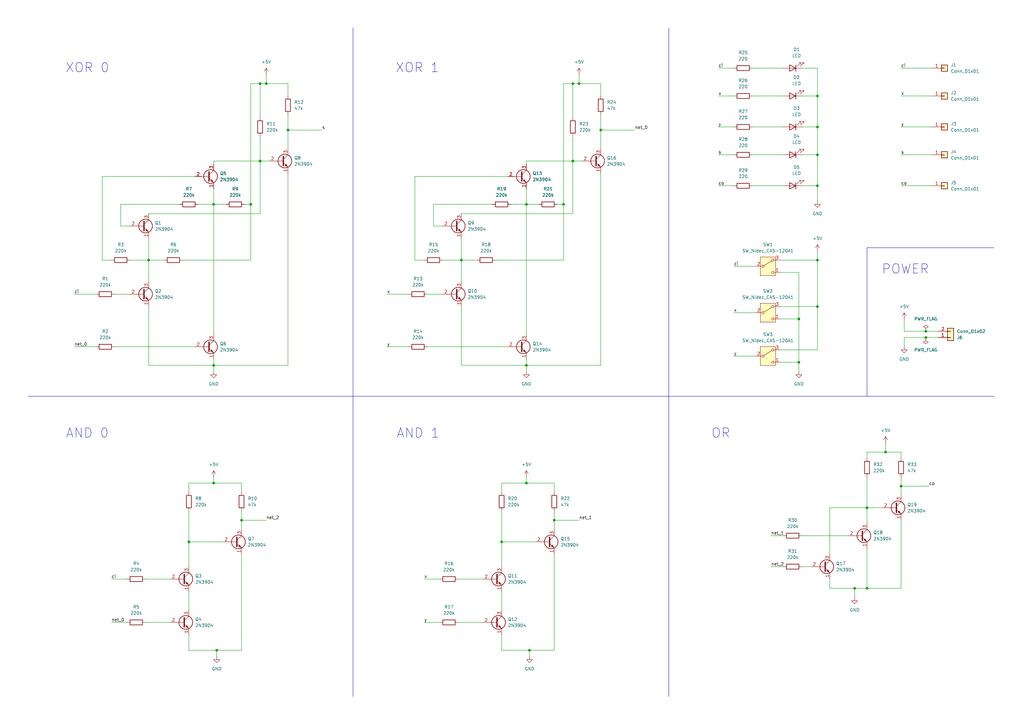
<source format=kicad_sch>
(kicad_sch (version 20250114) (generator "eeschema") (generator_version "9.0")
  (paper "A3")
  (title_block (title "1-bit Full Adder") (date "2025-12-09") (rev "0"))
  (lib_symbols
    (symbol "Connector_Generic:Conn_01x01" (pin_names (offset 1.016) (hide yes))
      (property "Reference" "J" (at 0 2.54 0))
      (property "Value" "Conn_01x01" (at 0 -2.54 0))
      (symbol "Conn_01x01_1_1"
        (rectangle (start -1.27 1.27) (end 1.27 -1.27) (stroke (width 0.254)) (fill (type background)))
        (rectangle (start -1.27 0.127) (end 0 -0.127) (stroke (width 0.1524)))
        (pin passive line (at -5.08 0 0) (length 3.81) (name "Pin_1") (number "1"))
      )
    )
    (symbol "Connector_Generic:Conn_01x02" (pin_names (offset 1.016) (hide yes))
      (property "Reference" "J" (at 0 2.54 0))
      (property "Value" "Conn_01x02" (at 0 -5.08 0))
      (symbol "Conn_01x02_1_1"
        (rectangle (start -1.27 1.27) (end 1.27 -3.81) (stroke (width 0.254)) (fill (type background)))
        (rectangle (start -1.27 0.127) (end 0 -0.127) (stroke (width 0.1524)))
        (rectangle (start -1.27 -2.413) (end 0 -2.667) (stroke (width 0.1524)))
        (pin passive line (at -5.08 0 0) (length 3.81) (name "Pin_1") (number "1"))
        (pin passive line (at -5.08 -2.54 0) (length 3.81) (name "Pin_2") (number "2"))
      )
    )
    (symbol "Device:LED" (pin_numbers (hide yes)) (pin_names (offset 1.016) (hide yes))
      (property "Reference" "D" (at 0 2.54 0))
      (property "Value" "LED" (at 0 -2.54 0))
      (symbol "LED_0_1"
        (polyline (pts (xy -3.048 -0.762) (xy -4.572 -2.286) (xy -3.81 -2.286) (xy -4.572 -2.286) (xy -4.572 -1.524)))
        (polyline (pts (xy -1.778 -0.762) (xy -3.302 -2.286) (xy -2.54 -2.286) (xy -3.302 -2.286) (xy -3.302 -1.524)))
        (polyline (pts (xy -1.27 0) (xy 1.27 0)))
        (polyline (pts (xy -1.27 -1.27) (xy -1.27 1.27)) (stroke (width 0.254)))
        (polyline (pts (xy 1.27 -1.27) (xy 1.27 1.27) (xy -1.27 0) (xy 1.27 -1.27)) (stroke (width 0.254)))
      )
      (symbol "LED_1_1"
        (pin passive line (at -3.81 0 0) (length 2.54) (name "K") (number "1"))
        (pin passive line (at 3.81 0 180) (length 2.54) (name "A") (number "2"))
      )
    )
    (symbol "Device:R" (pin_numbers (hide yes)) (pin_names (offset 0))
      (property "Reference" "R" (at 2.032 0 90))
      (property "Value" "R" (at 0 0 90))
      (symbol "R_0_1"
        (rectangle (start -1.016 -2.54) (end 1.016 2.54) (stroke (width 0.254)))
      )
      (symbol "R_1_1"
        (pin passive line (at 0 3.81 270) (length 1.27) (name "~") (number "1"))
        (pin passive line (at 0 -3.81 90) (length 1.27) (name "~") (number "2"))
      )
    )
    (symbol "Switch:SW_Nidec_CAS-120A1" (pin_names (offset 1) (hide yes))
      (property "Reference" "SW" (at 0 4.318 0))
      (property "Value" "SW_Nidec_CAS-120A1" (at 0 -5.08 0))
      (symbol "SW_Nidec_CAS-120A1_0_1"
        (circle (center -2.032 0) (radius 0.4572))
        (polyline (pts (xy -1.651 0.254) (xy 1.651 2.286)))
        (circle (center 2.032 2.54) (radius 0.4572))
        (circle (center 2.032 -2.54) (radius 0.4572))
      )
      (symbol "SW_Nidec_CAS-120A1_1_1"
        (rectangle (start -3.175 3.81) (end 3.175 -3.81) (fill (type background)))
        (pin passive line (at -5.08 0 0) (length 2.54) (name "B") (number "2"))
        (pin passive line (at 5.08 2.54 180) (length 2.54) (name "A") (number "3"))
        (pin passive line (at 5.08 -2.54 180) (length 2.54) (name "C") (number "1"))
      )
    )
    (symbol "Transistor_BJT:2N3904" (pin_names (offset 0) (hide yes))
      (property "Reference" "Q" (at 5.08 1.905 0))
      (property "Value" "2N3904" (at 5.08 0 0))
      (symbol "2N3904_0_1"
        (polyline (pts (xy -2.54 0) (xy 0.635 0)))
        (polyline (pts (xy 0.635 1.905) (xy 0.635 -1.905)) (stroke (width 0.508)))
        (circle (center 1.27 0) (radius 2.8194) (stroke (width 0.254)))
      )
      (symbol "2N3904_1_1"
        (polyline (pts (xy 0.635 0.635) (xy 2.54 2.54)))
        (polyline (pts (xy 0.635 -0.635) (xy 2.54 -2.54)))
        (polyline (pts (xy 1.27 -1.778) (xy 1.778 -1.27) (xy 2.286 -2.286) (xy 1.27 -1.778)) (fill (type outline)))
        (pin input line (at -5.08 0 0) (length 2.54) (name "B") (number "2"))
        (pin passive line (at 2.54 5.08 270) (length 2.54) (name "C") (number "3"))
        (pin passive line (at 2.54 -5.08 90) (length 2.54) (name "E") (number "1"))
      )
    )
    (symbol "power:+5V" (power) (pin_numbers (hide yes)) (pin_names (offset 0) (hide yes))
      (property "Value" "+5V" (at 0 3.556 0))
      (symbol "+5V_0_1"
        (polyline (pts (xy -0.762 1.27) (xy 0 2.54)))
        (polyline (pts (xy 0 2.54) (xy 0.762 1.27)))
        (polyline (pts (xy 0 0) (xy 0 2.54)))
      )
      (symbol "+5V_1_1"
        (pin power_in line (at 0 0 90) (length 0) (name "~") (number "1"))
      )
    )
    (symbol "power:GND" (power) (pin_numbers (hide yes)) (pin_names (offset 0) (hide yes))
      (property "Value" "GND" (at 0 -3.81 0))
      (symbol "GND_0_1"
        (polyline (pts (xy 0 0) (xy 0 -1.27) (xy 1.27 -1.27) (xy 0 -2.54) (xy -1.27 -1.27) (xy 0 -1.27)))
      )
      (symbol "GND_1_1"
        (pin power_in line (at 0 0 270) (length 0) (name "~") (number "1"))
      )
    )
    (symbol "power:PWR_FLAG" (power) (pin_numbers (hide yes)) (pin_names (offset 0) (hide yes))
      (property "Value" "PWR_FLAG" (at 0 3.81 0))
      (symbol "PWR_FLAG_0_0"
        (pin power_out line (at 0 0 90) (length 0) (name "~") (number "1"))
      )
      (symbol "PWR_FLAG_0_1"
        (polyline (pts (xy 0 0) (xy 0 1.27) (xy -1.016 1.905) (xy 0 2.54) (xy 1.016 1.905) (xy 0 1.27)))
      )
    )
  )
  (text "XOR 0" (at 35.814 27.94 0) (effects (font (size 3.81 3.81))))
  (text "XOR 1" (at 171.196 27.94 0) (effects (font (size 3.81 3.81))))
  (text "AND 0" (at 35.814 177.8 0) (effects (font (size 3.81 3.81))))
  (text "POWER" (at 371.348 110.49 0) (effects (font (size 3.81 3.81))))
  (text "AND 1" (at 171.45 177.8 0) (effects (font (size 3.81 3.81))))
  (text "OR" (at 295.656 177.8 0) (effects (font (size 3.81 3.81))))
  (junction (at 106.68 66.04))
  (junction (at 335.28 76.2))
  (junction (at 87.63 149.86))
  (junction (at 234.95 66.04))
  (junction (at 77.47 222.25))
  (junction (at 327.66 148.59))
  (junction (at 327.66 130.81))
  (junction (at 335.28 63.5))
  (junction (at 227.33 213.36))
  (junction (at 231.14 83.82))
  (junction (at 106.68 34.29))
  (junction (at 335.28 39.37))
  (junction (at 335.28 52.07))
  (junction (at 246.38 53.34))
  (junction (at 355.6 208.28))
  (junction (at 99.06 213.36))
  (junction (at 379.73 135.89))
  (junction (at 234.95 34.29))
  (junction (at 215.9 198.12))
  (junction (at 369.57 199.39))
  (junction (at 335.28 125.73))
  (junction (at 350.52 241.3))
  (junction (at 237.49 34.29))
  (junction (at 60.96 106.68))
  (junction (at 355.6 241.3))
  (junction (at 87.63 83.82))
  (junction (at 205.74 222.25))
  (junction (at 217.17 266.7))
  (junction (at 102.87 83.82))
  (junction (at 215.9 83.82))
  (junction (at 379.73 138.43))
  (junction (at 335.28 106.68))
  (junction (at 189.23 106.68))
  (junction (at 88.9 266.7))
  (junction (at 87.63 198.12))
  (junction (at 363.22 185.42))
  (junction (at 215.9 149.86))
  (junction (at 118.11 53.34))
  (junction (at 109.22 34.29))
  (wire (pts (xy 234.95 66.04) (xy 238.76 66.04)))
  (wire (pts (xy 215.9 77.47) (xy 215.9 83.82)))
  (wire (pts (xy 215.9 67.31) (xy 215.9 66.04)))
  (wire (pts (xy 177.8 92.71) (xy 177.8 83.82)))
  (wire (pts (xy 88.9 266.7) (xy 88.9 269.24)))
  (wire (pts (xy 227.33 198.12) (xy 227.33 201.93)))
  (wire (pts (xy 81.28 83.82) (xy 87.63 83.82)))
  (wire (pts (xy 327.66 130.81) (xy 327.66 148.59)))
  (wire (pts (xy 320.04 130.81) (xy 327.66 130.81)))
  (wire (pts (xy 88.9 266.7) (xy 99.06 266.7)))
  (wire (pts (xy 234.95 48.26) (xy 234.95 34.29)))
  (wire (pts (xy 87.63 83.82) (xy 87.63 137.16)))
  (wire (pts (xy 308.61 63.5) (xy 321.31 63.5)))
  (wire (pts (xy 231.14 34.29) (xy 234.95 34.29)))
  (wire (pts (xy 300.99 128.27) (xy 309.88 128.27)))
  (wire (pts (xy 327.66 148.59) (xy 327.66 152.4)))
  (wire (pts (xy 49.53 83.82) (xy 73.66 83.82)))
  (wire (pts (xy 30.48 120.65) (xy 39.37 120.65)))
  (wire (pts (xy 106.68 34.29) (xy 109.22 34.29)))
  (wire (pts (xy 60.96 125.73) (xy 60.96 149.86)))
  (wire (pts (xy 173.99 237.49) (xy 180.34 237.49)))
  (wire (pts (xy 45.72 255.27) (xy 52.07 255.27)))
  (wire (pts (xy 369.57 76.2) (xy 382.27 76.2)))
  (wire (pts (xy 234.95 55.88) (xy 234.95 66.04)))
  (wire (pts (xy 46.99 142.24) (xy 80.01 142.24)))
  (wire (pts (xy 370.84 130.81) (xy 370.84 135.89)))
  (wire (pts (xy 369.57 199.39) (xy 369.57 203.2)))
  (wire (pts (xy 308.61 39.37) (xy 321.31 39.37)))
  (wire (pts (xy 189.23 97.79) (xy 189.23 106.68)))
  (wire (pts (xy 294.64 39.37) (xy 300.99 39.37)))
  (wire (pts (xy 118.11 53.34) (xy 132.08 53.34)))
  (wire (pts (xy 355.6 224.79) (xy 355.6 241.3)))
  (wire (pts (xy 118.11 53.34) (xy 118.11 60.96)))
  (wire (pts (xy 308.61 76.2) (xy 321.31 76.2)))
  (wire (pts (xy 355.6 208.28) (xy 361.95 208.28)))
  (wire (pts (xy 100.33 83.82) (xy 102.87 83.82)))
  (wire (pts (xy 77.47 222.25) (xy 77.47 232.41)))
  (wire (pts (xy 350.52 241.3) (xy 350.52 245.11)))
  (wire (pts (xy 45.72 237.49) (xy 52.07 237.49)))
  (polyline (pts (xy 144.78 11.43) (xy 144.78 162.56)))
  (wire (pts (xy 246.38 71.12) (xy 246.38 149.86)))
  (wire (pts (xy 335.28 143.51) (xy 335.28 125.73)))
  (wire (pts (xy 106.68 87.63) (xy 106.68 66.04)))
  (wire (pts (xy 205.74 266.7) (xy 217.17 266.7)))
  (wire (pts (xy 316.23 232.41) (xy 321.31 232.41)))
  (wire (pts (xy 320.04 106.68) (xy 335.28 106.68)))
  (wire (pts (xy 59.69 255.27) (xy 69.85 255.27)))
  (wire (pts (xy 80.01 72.39) (xy 41.91 72.39)))
  (wire (pts (xy 308.61 27.94) (xy 321.31 27.94)))
  (wire (pts (xy 308.61 52.07) (xy 321.31 52.07)))
  (wire (pts (xy 175.26 120.65) (xy 181.61 120.65)))
  (wire (pts (xy 355.6 195.58) (xy 355.6 208.28)))
  (wire (pts (xy 109.22 34.29) (xy 118.11 34.29)))
  (wire (pts (xy 320.04 148.59) (xy 327.66 148.59)))
  (wire (pts (xy 205.74 222.25) (xy 219.71 222.25)))
  (wire (pts (xy 187.96 237.49) (xy 198.12 237.49)))
  (wire (pts (xy 328.93 219.71) (xy 347.98 219.71)))
  (wire (pts (xy 327.66 111.76) (xy 327.66 130.81)))
  (wire (pts (xy 87.63 149.86) (xy 87.63 152.4)))
  (wire (pts (xy 87.63 149.86) (xy 87.63 147.32)))
  (wire (pts (xy 369.57 185.42) (xy 369.57 187.96)))
  (wire (pts (xy 175.26 142.24) (xy 208.28 142.24)))
  (wire (pts (xy 335.28 39.37) (xy 335.28 52.07)))
  (wire (pts (xy 102.87 106.68) (xy 102.87 83.82)))
  (wire (pts (xy 227.33 213.36) (xy 237.49 213.36)))
  (wire (pts (xy 215.9 83.82) (xy 215.9 137.16)))
  (wire (pts (xy 237.49 34.29) (xy 246.38 34.29)))
  (wire (pts (xy 77.47 266.7) (xy 88.9 266.7)))
  (wire (pts (xy 87.63 195.58) (xy 87.63 198.12)))
  (wire (pts (xy 363.22 185.42) (xy 369.57 185.42)))
  (wire (pts (xy 118.11 34.29) (xy 118.11 39.37)))
  (wire (pts (xy 320.04 111.76) (xy 327.66 111.76)))
  (wire (pts (xy 99.06 209.55) (xy 99.06 213.36)))
  (wire (pts (xy 340.36 227.33) (xy 340.36 208.28)))
  (wire (pts (xy 87.63 67.31) (xy 87.63 66.04)))
  (wire (pts (xy 189.23 125.73) (xy 189.23 149.86)))
  (wire (pts (xy 294.64 27.94) (xy 300.99 27.94)))
  (wire (pts (xy 355.6 187.96) (xy 355.6 185.42)))
  (wire (pts (xy 227.33 213.36) (xy 227.33 217.17)))
  (wire (pts (xy 41.91 106.68) (xy 45.72 106.68)))
  (wire (pts (xy 316.23 219.71) (xy 321.31 219.71)))
  (wire (pts (xy 208.28 72.39) (xy 170.18 72.39)))
  (wire (pts (xy 231.14 83.82) (xy 231.14 34.29)))
  (wire (pts (xy 99.06 266.7) (xy 99.06 227.33)))
  (wire (pts (xy 99.06 213.36) (xy 109.22 213.36)))
  (wire (pts (xy 170.18 72.39) (xy 170.18 106.68)))
  (polyline (pts (xy 274.32 11.43) (xy 274.32 162.56)))
  (wire (pts (xy 102.87 34.29) (xy 106.68 34.29)))
  (wire (pts (xy 77.47 201.93) (xy 77.47 198.12)))
  (wire (pts (xy 205.74 242.57) (xy 205.74 250.19)))
  (wire (pts (xy 59.69 237.49) (xy 69.85 237.49)))
  (wire (pts (xy 60.96 149.86) (xy 87.63 149.86)))
  (wire (pts (xy 87.63 83.82) (xy 92.71 83.82)))
  (wire (pts (xy 77.47 198.12) (xy 87.63 198.12)))
  (wire (pts (xy 77.47 260.35) (xy 77.47 266.7)))
  (wire (pts (xy 328.93 232.41) (xy 332.74 232.41)))
  (wire (pts (xy 189.23 87.63) (xy 234.95 87.63)))
  (wire (pts (xy 246.38 53.34) (xy 260.35 53.34)))
  (wire (pts (xy 355.6 185.42) (xy 363.22 185.42)))
  (wire (pts (xy 227.33 209.55) (xy 227.33 213.36)))
  (wire (pts (xy 217.17 266.7) (xy 227.33 266.7)))
  (wire (pts (xy 335.28 76.2) (xy 335.28 82.55)))
  (wire (pts (xy 379.73 135.89) (xy 384.81 135.89)))
  (polyline (pts (xy 144.78 162.56) (xy 144.78 285.75)))
  (polyline (pts (xy 355.6 162.56) (xy 355.6 101.6)))
  (wire (pts (xy 369.57 52.07) (xy 382.27 52.07)))
  (wire (pts (xy 53.34 92.71) (xy 49.53 92.71)))
  (wire (pts (xy 209.55 83.82) (xy 215.9 83.82)))
  (wire (pts (xy 340.36 237.49) (xy 340.36 241.3)))
  (wire (pts (xy 106.68 48.26) (xy 106.68 34.29)))
  (wire (pts (xy 215.9 195.58) (xy 215.9 198.12)))
  (wire (pts (xy 99.06 198.12) (xy 99.06 201.93)))
  (wire (pts (xy 46.99 120.65) (xy 53.34 120.65)))
  (wire (pts (xy 335.28 52.07) (xy 335.28 63.5)))
  (wire (pts (xy 246.38 149.86) (xy 215.9 149.86)))
  (wire (pts (xy 335.28 63.5) (xy 335.28 76.2)))
  (wire (pts (xy 355.6 241.3) (xy 369.57 241.3)))
  (wire (pts (xy 363.22 181.61) (xy 363.22 185.42)))
  (wire (pts (xy 60.96 106.68) (xy 60.96 115.57)))
  (wire (pts (xy 187.96 255.27) (xy 198.12 255.27)))
  (wire (pts (xy 234.95 87.63) (xy 234.95 66.04)))
  (wire (pts (xy 118.11 71.12) (xy 118.11 149.86)))
  (wire (pts (xy 215.9 149.86) (xy 215.9 147.32)))
  (wire (pts (xy 369.57 27.94) (xy 382.27 27.94)))
  (wire (pts (xy 370.84 138.43) (xy 379.73 138.43)))
  (wire (pts (xy 189.23 106.68) (xy 195.58 106.68)))
  (wire (pts (xy 181.61 106.68) (xy 189.23 106.68)))
  (wire (pts (xy 109.22 30.48) (xy 109.22 34.29)))
  (wire (pts (xy 60.96 97.79) (xy 60.96 106.68)))
  (wire (pts (xy 328.93 76.2) (xy 335.28 76.2)))
  (wire (pts (xy 340.36 241.3) (xy 350.52 241.3)))
  (wire (pts (xy 335.28 27.94) (xy 335.28 39.37)))
  (wire (pts (xy 87.63 77.47) (xy 87.63 83.82)))
  (wire (pts (xy 189.23 149.86) (xy 215.9 149.86)))
  (wire (pts (xy 370.84 135.89) (xy 379.73 135.89)))
  (wire (pts (xy 87.63 66.04) (xy 106.68 66.04)))
  (polyline (pts (xy 274.32 162.56) (xy 407.67 162.56)))
  (wire (pts (xy 205.74 201.93) (xy 205.74 198.12)))
  (wire (pts (xy 215.9 66.04) (xy 234.95 66.04)))
  (wire (pts (xy 246.38 53.34) (xy 246.38 60.96)))
  (polyline (pts (xy 11.43 162.56) (xy 144.78 162.56)))
  (wire (pts (xy 205.74 222.25) (xy 205.74 232.41)))
  (wire (pts (xy 77.47 222.25) (xy 91.44 222.25)))
  (wire (pts (xy 369.57 241.3) (xy 369.57 213.36)))
  (wire (pts (xy 203.2 106.68) (xy 231.14 106.68)))
  (wire (pts (xy 294.64 76.2) (xy 300.99 76.2)))
  (wire (pts (xy 106.68 55.88) (xy 106.68 66.04)))
  (wire (pts (xy 328.93 63.5) (xy 335.28 63.5)))
  (wire (pts (xy 102.87 83.82) (xy 102.87 34.29)))
  (wire (pts (xy 158.75 142.24) (xy 167.64 142.24)))
  (wire (pts (xy 53.34 106.68) (xy 60.96 106.68)))
  (polyline (pts (xy 274.32 162.56) (xy 274.32 285.75)))
  (wire (pts (xy 60.96 106.68) (xy 67.31 106.68)))
  (wire (pts (xy 300.99 146.05) (xy 309.88 146.05)))
  (wire (pts (xy 77.47 242.57) (xy 77.47 250.19)))
  (wire (pts (xy 215.9 198.12) (xy 227.33 198.12)))
  (wire (pts (xy 246.38 46.99) (xy 246.38 53.34)))
  (polyline (pts (xy 144.78 162.56) (xy 274.32 162.56)))
  (wire (pts (xy 355.6 208.28) (xy 355.6 214.63)))
  (wire (pts (xy 328.93 52.07) (xy 335.28 52.07)))
  (wire (pts (xy 217.17 266.7) (xy 217.17 269.24)))
  (wire (pts (xy 320.04 143.51) (xy 335.28 143.51)))
  (wire (pts (xy 189.23 106.68) (xy 189.23 115.57)))
  (wire (pts (xy 41.91 72.39) (xy 41.91 106.68)))
  (wire (pts (xy 350.52 241.3) (xy 355.6 241.3)))
  (wire (pts (xy 237.49 30.48) (xy 237.49 34.29)))
  (wire (pts (xy 215.9 83.82) (xy 220.98 83.82)))
  (wire (pts (xy 205.74 260.35) (xy 205.74 266.7)))
  (wire (pts (xy 228.6 83.82) (xy 231.14 83.82)))
  (wire (pts (xy 74.93 106.68) (xy 102.87 106.68)))
  (wire (pts (xy 369.57 199.39) (xy 381 199.39)))
  (wire (pts (xy 170.18 106.68) (xy 173.99 106.68)))
  (wire (pts (xy 77.47 209.55) (xy 77.47 222.25)))
  (wire (pts (xy 335.28 106.68) (xy 335.28 102.87)))
  (wire (pts (xy 30.48 142.24) (xy 39.37 142.24)))
  (wire (pts (xy 106.68 66.04) (xy 110.49 66.04)))
  (wire (pts (xy 231.14 106.68) (xy 231.14 83.82)))
  (wire (pts (xy 369.57 39.37) (xy 382.27 39.37)))
  (wire (pts (xy 99.06 213.36) (xy 99.06 217.17)))
  (wire (pts (xy 227.33 266.7) (xy 227.33 227.33)))
  (wire (pts (xy 300.99 109.22) (xy 309.88 109.22)))
  (wire (pts (xy 173.99 255.27) (xy 180.34 255.27)))
  (wire (pts (xy 340.36 208.28) (xy 355.6 208.28)))
  (wire (pts (xy 205.74 209.55) (xy 205.74 222.25)))
  (wire (pts (xy 320.04 125.73) (xy 335.28 125.73)))
  (wire (pts (xy 181.61 92.71) (xy 177.8 92.71)))
  (wire (pts (xy 369.57 195.58) (xy 369.57 199.39)))
  (wire (pts (xy 328.93 27.94) (xy 335.28 27.94)))
  (polyline (pts (xy 355.6 101.6) (xy 407.67 101.6)))
  (wire (pts (xy 118.11 149.86) (xy 87.63 149.86)))
  (wire (pts (xy 158.75 120.65) (xy 167.64 120.65)))
  (wire (pts (xy 369.57 63.5) (xy 382.27 63.5)))
  (wire (pts (xy 177.8 83.82) (xy 201.93 83.82)))
  (wire (pts (xy 294.64 52.07) (xy 300.99 52.07)))
  (wire (pts (xy 118.11 46.99) (xy 118.11 53.34)))
  (wire (pts (xy 294.64 63.5) (xy 300.99 63.5)))
  (wire (pts (xy 49.53 92.71) (xy 49.53 83.82)))
  (wire (pts (xy 379.73 138.43) (xy 384.81 138.43)))
  (wire (pts (xy 234.95 34.29) (xy 237.49 34.29)))
  (wire (pts (xy 215.9 149.86) (xy 215.9 152.4)))
  (wire (pts (xy 205.74 198.12) (xy 215.9 198.12)))
  (wire (pts (xy 246.38 34.29) (xy 246.38 39.37)))
  (wire (pts (xy 335.28 125.73) (xy 335.28 106.68)))
  (wire (pts (xy 60.96 87.63) (xy 106.68 87.63)))
  (wire (pts (xy 328.93 39.37) (xy 335.28 39.37)))
  (wire (pts (xy 87.63 198.12) (xy 99.06 198.12)))
  (wire (pts (xy 370.84 142.24) (xy 370.84 138.43)))
  (label "net_0" (at 45.72 255.27 0))
  (label "x" (at 300.99 128.27 0))
  (label "s" (at 294.64 63.5 0))
  (label "x" (at 158.75 120.65 0))
  (label "y" (at 173.99 255.27 0))
  (label "x" (at 294.64 39.37 0))
  (label "net_0" (at 30.48 142.24 0))
  (label "ci" (at 30.48 120.65 0))
  (label "ci" (at 300.99 109.22 0))
  (label "s" (at 132.08 53.34 0))
  (label "net_2" (at 316.23 232.41 0))
  (label "net_1" (at 237.49 213.36 0))
  (label "ci" (at 45.72 237.49 0))
  (label "net_0" (at 260.35 53.34 0))
  (label "ci" (at 369.57 27.94 0))
  (label "co" (at 381 199.39 0))
  (label "x" (at 369.57 39.37 0))
  (label "co" (at 369.57 76.2 0))
  (label "x" (at 173.99 237.49 0))
  (label "y" (at 369.57 52.07 0))
  (label "y" (at 300.99 146.05 0))
  (label "y" (at 294.64 52.07 0))
  (label "y" (at 158.75 142.24 0))
  (label "net_2" (at 109.22 213.36 0))
  (label "net_1" (at 316.23 219.71 0))
  (label "co" (at 294.64 76.2 0))
  (label "ci" (at 294.64 27.94 0))
  (label "s" (at 369.57 63.5 0))
  (symbol (lib_id "Connector_Generic:Conn_01x01") (at 387.35 52.07 0) (unit 1)
    (property "Reference" "J3" (at 389.89 50.7999 0) (effects (justify left)))
    (property "Value" "Conn_01x01" (at 389.89 53.3399 0) (effects (justify left)))
    (property "Footprint" "Connector_PinHeader_2.54mm:PinHeader_1x01_P2.54mm_Horizontal" (effects (hide yes)))
    (property "Description" "Generic connector, single row, 01x01, script generated (kicad-library-utils/schlib/autogen/connector/)" (effects (hide yes)))
  )
  (symbol (lib_id "Device:R") (at 304.8 76.2 270) (unit 1)
    (property "Reference" "R29" (at 304.8 69.85 90))
    (property "Value" "220" (at 304.8 72.39 90))
    (property "Footprint" "Resistor_THT:R_Axial_DIN0204_L3.6mm_D1.6mm_P5.08mm_Horizontal" (effects (hide yes)))
    (property "Description" "Resistor" (effects (hide yes)))
  )
  (symbol (lib_id "Transistor_BJT:2N3904") (at 213.36 72.39 0) (unit 1)
    (property "Reference" "Q13" (at 218.44 71.1199 0) (effects (justify left)))
    (property "Value" "2N3904" (at 218.44 73.6599 0) (effects (justify left)))
    (property "Footprint" "Package_TO_SOT_THT:TO-92_Inline" (effects (hide yes)))
    (property "Datasheet" "https://www.onsemi.com/pub/Collateral/2N3903-D.PDF" (effects (hide yes)))
    (property "Description" "0.2A Ic, 40V Vce, Small Signal NPN Transistor, TO-92" (effects (hide yes)))
    (property "Sim.Library" "C:\\Users\\thh\\Downloads\\workshop\\2N3904_model.txt" (effects (hide yes)))
    (property "Sim.Name" "2N3904" (effects (hide yes)))
    (property "Sim.Device" "NPN" (effects (hide yes)))
    (property "Sim.Type" "GUMMELPOON" (effects (hide yes)))
    (property "Sim.Pins" "1=E 2=B 3=C" (effects (hide yes)))
  )
  (symbol (lib_id "power:+5V") (at 87.63 195.58 0) (unit 1)
    (property "Reference" "#PWR02" (effects (hide yes)))
    (property "Value" "+5V" (at 87.63 190.5 0))
    (property "Description" "Power symbol creates a global label with name \"+5V\"" (effects (hide yes)))
  )
  (symbol (lib_id "power:GND") (at 217.17 269.24 0) (unit 1)
    (property "Reference" "#PWR07" (effects (hide yes)))
    (property "Value" "GND" (at 217.17 274.32 0))
    (property "Description" "Power symbol creates a global label with name \"GND\" , ground" (effects (hide yes)))
  )
  (symbol (lib_id "Device:LED") (at 325.12 27.94 180) (unit 1)
    (property "Reference" "D1" (at 326.7075 20.32 0))
    (property "Value" "LED" (at 326.7075 22.86 0))
    (property "Footprint" "LED_THT:LED_D3.0mm" (effects (hide yes)))
    (property "Description" "Light emitting diode" (effects (hide yes)))
    (property "Sim.Pins" "1=K 2=A" (effects (hide yes)))
  )
  (symbol (lib_id "Device:R") (at 43.18 142.24 270) (unit 1)
    (property "Reference" "R2" (at 43.18 135.89 90))
    (property "Value" "220k" (at 43.18 138.43 90))
    (property "Footprint" "Resistor_THT:R_Axial_DIN0204_L3.6mm_D1.6mm_P5.08mm_Horizontal" (effects (hide yes)))
    (property "Description" "Resistor" (effects (hide yes)))
  )
  (symbol (lib_id "Device:R") (at 304.8 63.5 270) (unit 1)
    (property "Reference" "R28" (at 304.8 57.15 90))
    (property "Value" "220" (at 304.8 59.69 90))
    (property "Footprint" "Resistor_THT:R_Axial_DIN0204_L3.6mm_D1.6mm_P5.08mm_Horizontal" (effects (hide yes)))
    (property "Description" "Resistor" (effects (hide yes)))
  )
  (symbol (lib_id "Device:R") (at 304.8 39.37 270) (unit 1)
    (property "Reference" "R26" (at 304.8 33.02 90))
    (property "Value" "220" (at 304.8 35.56 90))
    (property "Footprint" "Resistor_THT:R_Axial_DIN0204_L3.6mm_D1.6mm_P5.08mm_Horizontal" (effects (hide yes)))
    (property "Description" "Resistor" (effects (hide yes)))
  )
  (symbol (lib_id "power:+5V") (at 109.22 30.48 0) (unit 1)
    (property "Reference" "#PWR04" (effects (hide yes)))
    (property "Value" "+5V" (at 109.22 25.4 0))
    (property "Description" "Power symbol creates a global label with name \"+5V\"" (effects (hide yes)))
  )
  (symbol (lib_id "Device:R") (at 71.12 106.68 270) (unit 1)
    (property "Reference" "R6" (at 71.12 100.33 90))
    (property "Value" "220k" (at 71.12 102.87 90))
    (property "Footprint" "Resistor_THT:R_Axial_DIN0204_L3.6mm_D1.6mm_P5.08mm_Horizontal" (effects (hide yes)))
    (property "Description" "Resistor" (effects (hide yes)))
  )
  (symbol (lib_id "power:GND") (at 335.28 82.55 0) (unit 1)
    (property "Reference" "#PWR010" (effects (hide yes)))
    (property "Value" "GND" (at 335.28 87.63 0))
    (property "Description" "Power symbol creates a global label with name \"GND\" , ground" (effects (hide yes)))
  )
  (symbol (lib_id "Device:R") (at 205.74 83.82 270) (unit 1)
    (property "Reference" "R19" (at 205.74 77.47 90))
    (property "Value" "220k" (at 205.74 80.01 90))
    (property "Footprint" "Resistor_THT:R_Axial_DIN0204_L3.6mm_D1.6mm_P5.08mm_Horizontal" (effects (hide yes)))
    (property "Description" "Resistor" (effects (hide yes)))
  )
  (symbol (lib_id "Device:R") (at 171.45 120.65 270) (unit 1)
    (property "Reference" "R13" (at 171.45 114.3 90))
    (property "Value" "220k" (at 171.45 116.84 90))
    (property "Footprint" "Resistor_THT:R_Axial_DIN0204_L3.6mm_D1.6mm_P5.08mm_Horizontal" (effects (hide yes)))
    (property "Description" "Resistor" (effects (hide yes)))
  )
  (symbol (lib_id "Device:R") (at 99.06 205.74 0) (unit 1)
    (property "Reference" "R10" (at 101.6 204.4699 0) (effects (justify left)))
    (property "Value" "47k" (at 101.6 207.0099 0) (effects (justify left)))
    (property "Footprint" "Resistor_THT:R_Axial_DIN0204_L3.6mm_D1.6mm_P5.08mm_Horizontal" (effects (hide yes)))
    (property "Description" "Resistor" (effects (hide yes)))
  )
  (symbol (lib_id "Transistor_BJT:2N3904") (at 74.93 255.27 0) (unit 1)
    (property "Reference" "Q4" (at 80.01 253.9999 0) (effects (justify left)))
    (property "Value" "2N3904" (at 80.01 256.5399 0) (effects (justify left)))
    (property "Footprint" "Package_TO_SOT_THT:TO-92_Inline" (effects (hide yes)))
    (property "Datasheet" "https://www.onsemi.com/pub/Collateral/2N3903-D.PDF" (effects (hide yes)))
    (property "Description" "0.2A Ic, 40V Vce, Small Signal NPN Transistor, TO-92" (effects (hide yes)))
    (property "Sim.Library" "C:\\Users\\thh\\Downloads\\workshop\\2N3904_model.txt" (effects (hide yes)))
    (property "Sim.Name" "2N3904" (effects (hide yes)))
    (property "Sim.Device" "NPN" (effects (hide yes)))
    (property "Sim.Type" "GUMMELPOON" (effects (hide yes)))
    (property "Sim.Pins" "1=E 2=B 3=C" (effects (hide yes)))
  )
  (symbol (lib_id "Transistor_BJT:2N3904") (at 85.09 142.24 0) (unit 1)
    (property "Reference" "Q6" (at 90.17 140.9699 0) (effects (justify left)))
    (property "Value" "2N3904" (at 90.17 143.5099 0) (effects (justify left)))
    (property "Footprint" "Package_TO_SOT_THT:TO-92_Inline" (effects (hide yes)))
    (property "Datasheet" "https://www.onsemi.com/pub/Collateral/2N3903-D.PDF" (effects (hide yes)))
    (property "Description" "0.2A Ic, 40V Vce, Small Signal NPN Transistor, TO-92" (effects (hide yes)))
    (property "Sim.Library" "C:\\Users\\thh\\Downloads\\workshop\\2N3904_model.txt" (effects (hide yes)))
    (property "Sim.Name" "2N3904" (effects (hide yes)))
    (property "Sim.Device" "NPN" (effects (hide yes)))
    (property "Sim.Type" "GUMMELPOON" (effects (hide yes)))
    (property "Sim.Pins" "1=E 2=B 3=C" (effects (hide yes)))
  )
  (symbol (lib_id "Transistor_BJT:2N3904") (at 96.52 222.25 0) (unit 1)
    (property "Reference" "Q7" (at 101.6 220.9799 0) (effects (justify left)))
    (property "Value" "2N3904" (at 101.6 223.5199 0) (effects (justify left)))
    (property "Footprint" "Package_TO_SOT_THT:TO-92_Inline" (effects (hide yes)))
    (property "Datasheet" "https://www.onsemi.com/pub/Collateral/2N3903-D.PDF" (effects (hide yes)))
    (property "Description" "0.2A Ic, 40V Vce, Small Signal NPN Transistor, TO-92" (effects (hide yes)))
    (property "Sim.Library" "C:\\Users\\thh\\Downloads\\workshop\\2N3904_model.txt" (effects (hide yes)))
    (property "Sim.Name" "2N3904" (effects (hide yes)))
    (property "Sim.Device" "NPN" (effects (hide yes)))
    (property "Sim.Type" "GUMMELPOON" (effects (hide yes)))
    (property "Sim.Pins" "1=E 2=B 3=C" (effects (hide yes)))
  )
  (symbol (lib_id "Device:LED") (at 325.12 63.5 180) (unit 1)
    (property "Reference" "D4" (at 326.7075 55.88 0))
    (property "Value" "LED" (at 326.7075 58.42 0))
    (property "Footprint" "LED_THT:LED_D3.0mm" (effects (hide yes)))
    (property "Description" "Light emitting diode" (effects (hide yes)))
    (property "Sim.Pins" "1=K 2=A" (effects (hide yes)))
  )
  (symbol (lib_id "power:GND") (at 350.52 245.11 0) (unit 1)
    (property "Reference" "#PWR012" (effects (hide yes)))
    (property "Value" "GND" (at 350.52 250.19 0))
    (property "Description" "Power symbol creates a global label with name \"GND\" , ground" (effects (hide yes)))
  )
  (symbol (lib_id "Transistor_BJT:2N3904") (at 203.2 255.27 0) (unit 1)
    (property "Reference" "Q12" (at 208.28 253.9999 0) (effects (justify left)))
    (property "Value" "2N3904" (at 208.28 256.5399 0) (effects (justify left)))
    (property "Footprint" "Package_TO_SOT_THT:TO-92_Inline" (effects (hide yes)))
    (property "Datasheet" "https://www.onsemi.com/pub/Collateral/2N3903-D.PDF" (effects (hide yes)))
    (property "Description" "0.2A Ic, 40V Vce, Small Signal NPN Transistor, TO-92" (effects (hide yes)))
    (property "Sim.Library" "C:\\Users\\thh\\Downloads\\workshop\\2N3904_model.txt" (effects (hide yes)))
    (property "Sim.Name" "2N3904" (effects (hide yes)))
    (property "Sim.Device" "NPN" (effects (hide yes)))
    (property "Sim.Type" "GUMMELPOON" (effects (hide yes)))
    (property "Sim.Pins" "1=E 2=B 3=C" (effects (hide yes)))
  )
  (symbol (lib_id "power:PWR_FLAG") (at 379.73 135.89 0) (unit 1)
    (property "Reference" "#FLG01" (effects (hide yes)))
    (property "Value" "PWR_FLAG" (at 379.73 130.81 0))
    (property "Description" "Special symbol for telling ERC where power comes from" (effects (hide yes)))
  )
  (symbol (lib_id "Device:R") (at 55.88 255.27 270) (unit 1)
    (property "Reference" "R5" (at 55.88 248.92 90))
    (property "Value" "220k" (at 55.88 251.46 90))
    (property "Footprint" "Resistor_THT:R_Axial_DIN0204_L3.6mm_D1.6mm_P5.08mm_Horizontal" (effects (hide yes)))
    (property "Description" "Resistor" (effects (hide yes)))
  )
  (symbol (lib_id "Device:R") (at 325.12 219.71 270) (unit 1)
    (property "Reference" "R30" (at 325.12 213.36 90))
    (property "Value" "220k" (at 325.12 215.9 90))
    (property "Footprint" "Resistor_THT:R_Axial_DIN0204_L3.6mm_D1.6mm_P5.08mm_Horizontal" (effects (hide yes)))
    (property "Description" "Resistor" (effects (hide yes)))
  )
  (symbol (lib_id "power:GND") (at 88.9 269.24 0) (unit 1)
    (property "Reference" "#PWR03" (effects (hide yes)))
    (property "Value" "GND" (at 88.9 274.32 0))
    (property "Description" "Power symbol creates a global label with name \"GND\" , ground" (effects (hide yes)))
  )
  (symbol (lib_id "power:GND") (at 215.9 152.4 0) (unit 1)
    (property "Reference" "#PWR05" (effects (hide yes)))
    (property "Value" "GND" (at 215.9 157.48 0))
    (property "Description" "Power symbol creates a global label with name \"GND\" , ground" (effects (hide yes)))
  )
  (symbol (lib_id "Device:R") (at 118.11 43.18 0) (unit 1)
    (property "Reference" "R12" (at 120.65 41.9099 0) (effects (justify left)))
    (property "Value" "47k" (at 120.65 44.4499 0) (effects (justify left)))
    (property "Footprint" "Resistor_THT:R_Axial_DIN0204_L3.6mm_D1.6mm_P5.08mm_Horizontal" (effects (hide yes)))
    (property "Description" "Resistor" (effects (hide yes)))
  )
  (symbol (lib_id "Transistor_BJT:2N3904") (at 243.84 66.04 0) (unit 1)
    (property "Reference" "Q16" (at 248.92 64.7699 0) (effects (justify left)))
    (property "Value" "2N3904" (at 248.92 67.3099 0) (effects (justify left)))
    (property "Footprint" "Package_TO_SOT_THT:TO-92_Inline" (effects (hide yes)))
    (property "Datasheet" "https://www.onsemi.com/pub/Collateral/2N3903-D.PDF" (effects (hide yes)))
    (property "Description" "0.2A Ic, 40V Vce, Small Signal NPN Transistor, TO-92" (effects (hide yes)))
    (property "Sim.Library" "C:\\Users\\thh\\Downloads\\workshop\\2N3904_model.txt" (effects (hide yes)))
    (property "Sim.Name" "2N3904" (effects (hide yes)))
    (property "Sim.Device" "NPN" (effects (hide yes)))
    (property "Sim.Type" "GUMMELPOON" (effects (hide yes)))
    (property "Sim.Pins" "1=E 2=B 3=C" (effects (hide yes)))
  )
  (symbol (lib_id "Device:R") (at 227.33 205.74 0) (unit 1)
    (property "Reference" "R22" (at 229.87 204.4699 0) (effects (justify left)))
    (property "Value" "47k" (at 229.87 207.0099 0) (effects (justify left)))
    (property "Footprint" "Resistor_THT:R_Axial_DIN0204_L3.6mm_D1.6mm_P5.08mm_Horizontal" (effects (hide yes)))
    (property "Description" "Resistor" (effects (hide yes)))
  )
  (symbol (lib_id "Transistor_BJT:2N3904") (at 74.93 237.49 0) (unit 1)
    (property "Reference" "Q3" (at 80.01 236.2199 0) (effects (justify left)))
    (property "Value" "2N3904" (at 80.01 238.7599 0) (effects (justify left)))
    (property "Footprint" "Package_TO_SOT_THT:TO-92_Inline" (effects (hide yes)))
    (property "Datasheet" "https://www.onsemi.com/pub/Collateral/2N3903-D.PDF" (effects (hide yes)))
    (property "Description" "0.2A Ic, 40V Vce, Small Signal NPN Transistor, TO-92" (effects (hide yes)))
    (property "Sim.Library" "C:\\Users\\thh\\Downloads\\workshop\\2N3904_model.txt" (effects (hide yes)))
    (property "Sim.Name" "2N3904" (effects (hide yes)))
    (property "Sim.Device" "NPN" (effects (hide yes)))
    (property "Sim.Type" "GUMMELPOON" (effects (hide yes)))
    (property "Sim.Pins" "1=E 2=B 3=C" (effects (hide yes)))
  )
  (symbol (lib_id "Device:R") (at 77.47 205.74 0) (unit 1)
    (property "Reference" "R8" (at 80.01 204.4699 0) (effects (justify left)))
    (property "Value" "220k" (at 80.01 207.0099 0) (effects (justify left)))
    (property "Footprint" "Resistor_THT:R_Axial_DIN0204_L3.6mm_D1.6mm_P5.08mm_Horizontal" (effects (hide yes)))
    (property "Description" "Resistor" (effects (hide yes)))
  )
  (symbol (lib_id "power:GND") (at 327.66 152.4 0) (unit 1)
    (property "Reference" "#PWR09" (effects (hide yes)))
    (property "Value" "GND" (at 327.66 157.48 0))
    (property "Description" "Power symbol creates a global label with name \"GND\" , ground" (effects (hide yes)))
  )
  (symbol (lib_id "Transistor_BJT:2N3904") (at 337.82 232.41 0) (unit 1)
    (property "Reference" "Q17" (at 342.9 231.1399 0) (effects (justify left)))
    (property "Value" "2N3904" (at 342.9 233.6799 0) (effects (justify left)))
    (property "Footprint" "Package_TO_SOT_THT:TO-92_Inline" (effects (hide yes)))
    (property "Datasheet" "https://www.onsemi.com/pub/Collateral/2N3903-D.PDF" (effects (hide yes)))
    (property "Description" "0.2A Ic, 40V Vce, Small Signal NPN Transistor, TO-92" (effects (hide yes)))
    (property "Sim.Library" "C:\\Users\\thh\\Downloads\\workshop\\2N3904_model.txt" (effects (hide yes)))
    (property "Sim.Name" "2N3904" (effects (hide yes)))
    (property "Sim.Device" "NPN" (effects (hide yes)))
    (property "Sim.Type" "GUMMELPOON" (effects (hide yes)))
    (property "Sim.Pins" "1=E 2=B 3=C" (effects (hide yes)))
  )
  (symbol (lib_id "Transistor_BJT:2N3904") (at 85.09 72.39 0) (unit 1)
    (property "Reference" "Q5" (at 90.17 71.1199 0) (effects (justify left)))
    (property "Value" "2N3904" (at 90.17 73.6599 0) (effects (justify left)))
    (property "Footprint" "Package_TO_SOT_THT:TO-92_Inline" (effects (hide yes)))
    (property "Datasheet" "https://www.onsemi.com/pub/Collateral/2N3903-D.PDF" (effects (hide yes)))
    (property "Description" "0.2A Ic, 40V Vce, Small Signal NPN Transistor, TO-92" (effects (hide yes)))
    (property "Sim.Library" "C:\\Users\\thh\\Downloads\\workshop\\2N3904_model.txt" (effects (hide yes)))
    (property "Sim.Name" "2N3904" (effects (hide yes)))
    (property "Sim.Device" "NPN" (effects (hide yes)))
    (property "Sim.Type" "GUMMELPOON" (effects (hide yes)))
    (property "Sim.Pins" "1=E 2=B 3=C" (effects (hide yes)))
  )
  (symbol (lib_id "power:+5V") (at 363.22 181.61 0) (unit 1)
    (property "Reference" "#PWR013" (effects (hide yes)))
    (property "Value" "+5V" (at 363.22 176.53 0))
    (property "Description" "Power symbol creates a global label with name \"+5V\"" (effects (hide yes)))
  )
  (symbol (lib_id "Device:LED") (at 325.12 52.07 180) (unit 1)
    (property "Reference" "D3" (at 326.7075 44.45 0))
    (property "Value" "LED" (at 326.7075 46.99 0))
    (property "Footprint" "LED_THT:LED_D3.0mm" (effects (hide yes)))
    (property "Description" "Light emitting diode" (effects (hide yes)))
    (property "Sim.Pins" "1=K 2=A" (effects (hide yes)))
  )
  (symbol (lib_id "Transistor_BJT:2N3904") (at 186.69 92.71 0) (unit 1)
    (property "Reference" "Q9" (at 191.77 91.4399 0) (effects (justify left)))
    (property "Value" "2N3904" (at 191.77 93.9799 0) (effects (justify left)))
    (property "Footprint" "Package_TO_SOT_THT:TO-92_Inline" (effects (hide yes)))
    (property "Datasheet" "https://www.onsemi.com/pub/Collateral/2N3903-D.PDF" (effects (hide yes)))
    (property "Description" "0.2A Ic, 40V Vce, Small Signal NPN Transistor, TO-92" (effects (hide yes)))
    (property "Sim.Library" "C:\\Users\\thh\\Downloads\\workshop\\2N3904_model.txt" (effects (hide yes)))
    (property "Sim.Name" "2N3904" (effects (hide yes)))
    (property "Sim.Device" "NPN" (effects (hide yes)))
    (property "Sim.Type" "GUMMELPOON" (effects (hide yes)))
    (property "Sim.Pins" "1=E 2=B 3=C" (effects (hide yes)))
  )
  (symbol (lib_id "Device:R") (at 43.18 120.65 270) (unit 1)
    (property "Reference" "R1" (at 43.18 114.3 90))
    (property "Value" "220k" (at 43.18 116.84 90))
    (property "Footprint" "Resistor_THT:R_Axial_DIN0204_L3.6mm_D1.6mm_P5.08mm_Horizontal" (effects (hide yes)))
    (property "Description" "Resistor" (effects (hide yes)))
  )
  (symbol (lib_id "Connector_Generic:Conn_01x01") (at 387.35 39.37 0) (unit 1)
    (property "Reference" "J2" (at 389.89 38.0999 0) (effects (justify left)))
    (property "Value" "Conn_01x01" (at 389.89 40.6399 0) (effects (justify left)))
    (property "Footprint" "Connector_PinHeader_2.54mm:PinHeader_1x01_P2.54mm_Horizontal" (effects (hide yes)))
    (property "Description" "Generic connector, single row, 01x01, script generated (kicad-library-utils/schlib/autogen/connector/)" (effects (hide yes)))
  )
  (symbol (lib_id "Device:R") (at 234.95 52.07 0) (unit 1)
    (property "Reference" "R23" (at 237.49 50.7999 0) (effects (justify left)))
    (property "Value" "220k" (at 237.49 53.3399 0) (effects (justify left)))
    (property "Footprint" "Resistor_THT:R_Axial_DIN0204_L3.6mm_D1.6mm_P5.08mm_Horizontal" (effects (hide yes)))
    (property "Description" "Resistor" (effects (hide yes)))
  )
  (symbol (lib_id "Transistor_BJT:2N3904") (at 58.42 120.65 0) (unit 1)
    (property "Reference" "Q2" (at 63.5 119.3799 0) (effects (justify left)))
    (property "Value" "2N3904" (at 63.5 121.9199 0) (effects (justify left)))
    (property "Footprint" "Package_TO_SOT_THT:TO-92_Inline" (effects (hide yes)))
    (property "Datasheet" "https://www.onsemi.com/pub/Collateral/2N3903-D.PDF" (effects (hide yes)))
    (property "Description" "0.2A Ic, 40V Vce, Small Signal NPN Transistor, TO-92" (effects (hide yes)))
    (property "Sim.Library" "C:\\Users\\thh\\Downloads\\workshop\\2N3904_model.txt" (effects (hide yes)))
    (property "Sim.Name" "2N3904" (effects (hide yes)))
    (property "Sim.Device" "NPN" (effects (hide yes)))
    (property "Sim.Type" "GUMMELPOON" (effects (hide yes)))
    (property "Sim.Pins" "1=E 2=B 3=C" (effects (hide yes)))
  )
  (symbol (lib_id "Transistor_BJT:2N3904") (at 367.03 208.28 0) (unit 1)
    (property "Reference" "Q19" (at 372.11 207.0099 0) (effects (justify left)))
    (property "Value" "2N3904" (at 372.11 209.5499 0) (effects (justify left)))
    (property "Footprint" "Package_TO_SOT_THT:TO-92_Inline" (effects (hide yes)))
    (property "Datasheet" "https://www.onsemi.com/pub/Collateral/2N3903-D.PDF" (effects (hide yes)))
    (property "Description" "0.2A Ic, 40V Vce, Small Signal NPN Transistor, TO-92" (effects (hide yes)))
    (property "Sim.Library" "C:\\Users\\thh\\Downloads\\workshop\\2N3904_model.txt" (effects (hide yes)))
    (property "Sim.Name" "2N3904" (effects (hide yes)))
    (property "Sim.Device" "NPN" (effects (hide yes)))
    (property "Sim.Type" "GUMMELPOON" (effects (hide yes)))
    (property "Sim.Pins" "1=E 2=B 3=C" (effects (hide yes)))
  )
  (symbol (lib_id "Transistor_BJT:2N3904") (at 186.69 120.65 0) (unit 1)
    (property "Reference" "Q10" (at 191.77 119.3799 0) (effects (justify left)))
    (property "Value" "2N3904" (at 191.77 121.9199 0) (effects (justify left)))
    (property "Footprint" "Package_TO_SOT_THT:TO-92_Inline" (effects (hide yes)))
    (property "Datasheet" "https://www.onsemi.com/pub/Collateral/2N3903-D.PDF" (effects (hide yes)))
    (property "Description" "0.2A Ic, 40V Vce, Small Signal NPN Transistor, TO-92" (effects (hide yes)))
    (property "Sim.Library" "C:\\Users\\thh\\Downloads\\workshop\\2N3904_model.txt" (effects (hide yes)))
    (property "Sim.Name" "2N3904" (effects (hide yes)))
    (property "Sim.Device" "NPN" (effects (hide yes)))
    (property "Sim.Type" "GUMMELPOON" (effects (hide yes)))
    (property "Sim.Pins" "1=E 2=B 3=C" (effects (hide yes)))
  )
  (symbol (lib_id "Device:R") (at 171.45 142.24 270) (unit 1)
    (property "Reference" "R14" (at 171.45 135.89 90))
    (property "Value" "220k" (at 171.45 138.43 90))
    (property "Footprint" "Resistor_THT:R_Axial_DIN0204_L3.6mm_D1.6mm_P5.08mm_Horizontal" (effects (hide yes)))
    (property "Description" "Resistor" (effects (hide yes)))
  )
  (symbol (lib_id "Transistor_BJT:2N3904") (at 58.42 92.71 0) (unit 1)
    (property "Reference" "Q1" (at 63.5 91.4399 0) (effects (justify left)))
    (property "Value" "2N3904" (at 63.5 93.9799 0) (effects (justify left)))
    (property "Footprint" "Package_TO_SOT_THT:TO-92_Inline" (effects (hide yes)))
    (property "Datasheet" "https://www.onsemi.com/pub/Collateral/2N3903-D.PDF" (effects (hide yes)))
    (property "Description" "0.2A Ic, 40V Vce, Small Signal NPN Transistor, TO-92" (effects (hide yes)))
    (property "Sim.Library" "C:\\Users\\thh\\Downloads\\workshop\\2N3904_model.txt" (effects (hide yes)))
    (property "Sim.Name" "2N3904" (effects (hide yes)))
    (property "Sim.Device" "NPN" (effects (hide yes)))
    (property "Sim.Type" "GUMMELPOON" (effects (hide yes)))
    (property "Sim.Pins" "1=E 2=B 3=C" (effects (hide yes)))
  )
  (symbol (lib_id "Device:R") (at 325.12 232.41 270) (unit 1)
    (property "Reference" "R31" (at 325.12 226.06 90))
    (property "Value" "220k" (at 325.12 228.6 90))
    (property "Footprint" "Resistor_THT:R_Axial_DIN0204_L3.6mm_D1.6mm_P5.08mm_Horizontal" (effects (hide yes)))
    (property "Description" "Resistor" (effects (hide yes)))
  )
  (symbol (lib_id "power:+5V") (at 215.9 195.58 0) (unit 1)
    (property "Reference" "#PWR06" (effects (hide yes)))
    (property "Value" "+5V" (at 215.9 190.5 0))
    (property "Description" "Power symbol creates a global label with name \"+5V\"" (effects (hide yes)))
  )
  (symbol (lib_id "Device:R") (at 106.68 52.07 0) (unit 1)
    (property "Reference" "R11" (at 109.22 50.7999 0) (effects (justify left)))
    (property "Value" "220k" (at 109.22 53.3399 0) (effects (justify left)))
    (property "Footprint" "Resistor_THT:R_Axial_DIN0204_L3.6mm_D1.6mm_P5.08mm_Horizontal" (effects (hide yes)))
    (property "Description" "Resistor" (effects (hide yes)))
  )
  (symbol (lib_id "Device:R") (at 246.38 43.18 0) (unit 1)
    (property "Reference" "R24" (at 248.92 41.9099 0) (effects (justify left)))
    (property "Value" "47k" (at 248.92 44.4499 0) (effects (justify left)))
    (property "Footprint" "Resistor_THT:R_Axial_DIN0204_L3.6mm_D1.6mm_P5.08mm_Horizontal" (effects (hide yes)))
    (property "Description" "Resistor" (effects (hide yes)))
  )
  (symbol (lib_id "Connector_Generic:Conn_01x01") (at 387.35 27.94 0) (unit 1)
    (property "Reference" "J1" (at 389.89 26.6699 0) (effects (justify left)))
    (property "Value" "Conn_01x01" (at 389.89 29.2099 0) (effects (justify left)))
    (property "Footprint" "Connector_PinHeader_2.54mm:PinHeader_1x01_P2.54mm_Horizontal" (effects (hide yes)))
    (property "Description" "Generic connector, single row, 01x01, script generated (kicad-library-utils/schlib/autogen/connector/)" (effects (hide yes)))
  )
  (symbol (lib_id "power:+5V") (at 370.84 130.81 0) (unit 1)
    (property "Reference" "#PWR014" (effects (hide yes)))
    (property "Value" "+5V" (at 370.84 125.73 0))
    (property "Description" "Power symbol creates a global label with name \"+5V\"" (effects (hide yes)))
  )
  (symbol (lib_id "power:+5V") (at 335.28 102.87 0) (unit 1)
    (property "Reference" "#PWR011" (effects (hide yes)))
    (property "Value" "+5V" (at 335.28 97.79 0))
    (property "Description" "Power symbol creates a global label with name \"+5V\"" (effects (hide yes)))
  )
  (symbol (lib_id "Transistor_BJT:2N3904") (at 115.57 66.04 0) (unit 1)
    (property "Reference" "Q8" (at 120.65 64.7699 0) (effects (justify left)))
    (property "Value" "2N3904" (at 120.65 67.3099 0) (effects (justify left)))
    (property "Footprint" "Package_TO_SOT_THT:TO-92_Inline" (effects (hide yes)))
    (property "Datasheet" "https://www.onsemi.com/pub/Collateral/2N3903-D.PDF" (effects (hide yes)))
    (property "Description" "0.2A Ic, 40V Vce, Small Signal NPN Transistor, TO-92" (effects (hide yes)))
    (property "Sim.Library" "C:\\Users\\thh\\Downloads\\workshop\\2N3904_model.txt" (effects (hide yes)))
    (property "Sim.Name" "2N3904" (effects (hide yes)))
    (property "Sim.Device" "NPN" (effects (hide yes)))
    (property "Sim.Type" "GUMMELPOON" (effects (hide yes)))
    (property "Sim.Pins" "1=E 2=B 3=C" (effects (hide yes)))
  )
  (symbol (lib_id "Device:R") (at 77.47 83.82 270) (unit 1)
    (property "Reference" "R7" (at 77.47 77.47 90))
    (property "Value" "220k" (at 77.47 80.01 90))
    (property "Footprint" "Resistor_THT:R_Axial_DIN0204_L3.6mm_D1.6mm_P5.08mm_Horizontal" (effects (hide yes)))
    (property "Description" "Resistor" (effects (hide yes)))
  )
  (symbol (lib_id "Device:R") (at 355.6 191.77 0) (unit 1)
    (property "Reference" "R32" (at 358.14 190.4999 0) (effects (justify left)))
    (property "Value" "220k" (at 358.14 193.0399 0) (effects (justify left)))
    (property "Footprint" "Resistor_THT:R_Axial_DIN0204_L3.6mm_D1.6mm_P5.08mm_Horizontal" (effects (hide yes)))
    (property "Description" "Resistor" (effects (hide yes)))
  )
  (symbol (lib_id "Transistor_BJT:2N3904") (at 213.36 142.24 0) (unit 1)
    (property "Reference" "Q14" (at 218.44 140.9699 0) (effects (justify left)))
    (property "Value" "2N3904" (at 218.44 143.5099 0) (effects (justify left)))
    (property "Footprint" "Package_TO_SOT_THT:TO-92_Inline" (effects (hide yes)))
    (property "Datasheet" "https://www.onsemi.com/pub/Collateral/2N3903-D.PDF" (effects (hide yes)))
    (property "Description" "0.2A Ic, 40V Vce, Small Signal NPN Transistor, TO-92" (effects (hide yes)))
    (property "Sim.Library" "C:\\Users\\thh\\Downloads\\workshop\\2N3904_model.txt" (effects (hide yes)))
    (property "Sim.Name" "2N3904" (effects (hide yes)))
    (property "Sim.Device" "NPN" (effects (hide yes)))
    (property "Sim.Type" "GUMMELPOON" (effects (hide yes)))
    (property "Sim.Pins" "1=E 2=B 3=C" (effects (hide yes)))
  )
  (symbol (lib_id "Connector_Generic:Conn_01x01") (at 387.35 76.2 0) (unit 1)
    (property "Reference" "J5" (at 389.89 74.9299 0) (effects (justify left)))
    (property "Value" "Conn_01x01" (at 389.89 77.4699 0) (effects (justify left)))
    (property "Footprint" "Connector_PinHeader_2.54mm:PinHeader_1x01_P2.54mm_Horizontal" (effects (hide yes)))
    (property "Description" "Generic connector, single row, 01x01, script generated (kicad-library-utils/schlib/autogen/connector/)" (effects (hide yes)))
  )
  (symbol (lib_id "Device:R") (at 96.52 83.82 270) (unit 1)
    (property "Reference" "R9" (at 96.52 77.47 90))
    (property "Value" "220k" (at 96.52 80.01 90))
    (property "Footprint" "Resistor_THT:R_Axial_DIN0204_L3.6mm_D1.6mm_P5.08mm_Horizontal" (effects (hide yes)))
    (property "Description" "Resistor" (effects (hide yes)))
  )
  (symbol (lib_id "Device:R") (at 304.8 52.07 270) (unit 1)
    (property "Reference" "R27" (at 304.8 45.72 90))
    (property "Value" "220" (at 304.8 48.26 90))
    (property "Footprint" "Resistor_THT:R_Axial_DIN0204_L3.6mm_D1.6mm_P5.08mm_Horizontal" (effects (hide yes)))
    (property "Description" "Resistor" (effects (hide yes)))
  )
  (symbol (lib_id "Device:R") (at 55.88 237.49 270) (unit 1)
    (property "Reference" "R4" (at 55.88 231.14 90))
    (property "Value" "220k" (at 55.88 233.68 90))
    (property "Footprint" "Resistor_THT:R_Axial_DIN0204_L3.6mm_D1.6mm_P5.08mm_Horizontal" (effects (hide yes)))
    (property "Description" "Resistor" (effects (hide yes)))
  )
  (symbol (lib_id "Transistor_BJT:2N3904") (at 203.2 237.49 0) (unit 1)
    (property "Reference" "Q11" (at 208.28 236.2199 0) (effects (justify left)))
    (property "Value" "2N3904" (at 208.28 238.7599 0) (effects (justify left)))
    (property "Footprint" "Package_TO_SOT_THT:TO-92_Inline" (effects (hide yes)))
    (property "Datasheet" "https://www.onsemi.com/pub/Collateral/2N3903-D.PDF" (effects (hide yes)))
    (property "Description" "0.2A Ic, 40V Vce, Small Signal NPN Transistor, TO-92" (effects (hide yes)))
    (property "Sim.Library" "C:\\Users\\thh\\Downloads\\workshop\\2N3904_model.txt" (effects (hide yes)))
    (property "Sim.Name" "2N3904" (effects (hide yes)))
    (property "Sim.Device" "NPN" (effects (hide yes)))
    (property "Sim.Type" "GUMMELPOON" (effects (hide yes)))
    (property "Sim.Pins" "1=E 2=B 3=C" (effects (hide yes)))
  )
  (symbol (lib_id "power:PWR_FLAG") (at 379.73 138.43 180) (unit 1)
    (property "Reference" "#FLG02" (effects (hide yes)))
    (property "Value" "PWR_FLAG" (at 379.73 143.51 0))
    (property "Description" "Special symbol for telling ERC where power comes from" (effects (hide yes)))
  )
  (symbol (lib_id "Transistor_BJT:2N3904") (at 224.79 222.25 0) (unit 1)
    (property "Reference" "Q15" (at 229.87 220.9799 0) (effects (justify left)))
    (property "Value" "2N3904" (at 229.87 223.5199 0) (effects (justify left)))
    (property "Footprint" "Package_TO_SOT_THT:TO-92_Inline" (effects (hide yes)))
    (property "Datasheet" "https://www.onsemi.com/pub/Collateral/2N3903-D.PDF" (effects (hide yes)))
    (property "Description" "0.2A Ic, 40V Vce, Small Signal NPN Transistor, TO-92" (effects (hide yes)))
    (property "Sim.Library" "C:\\Users\\thh\\Downloads\\workshop\\2N3904_model.txt" (effects (hide yes)))
    (property "Sim.Name" "2N3904" (effects (hide yes)))
    (property "Sim.Device" "NPN" (effects (hide yes)))
    (property "Sim.Type" "GUMMELPOON" (effects (hide yes)))
    (property "Sim.Pins" "1=E 2=B 3=C" (effects (hide yes)))
  )
  (symbol (lib_id "Transistor_BJT:2N3904") (at 353.06 219.71 0) (unit 1)
    (property "Reference" "Q18" (at 358.14 218.4399 0) (effects (justify left)))
    (property "Value" "2N3904" (at 358.14 220.9799 0) (effects (justify left)))
    (property "Footprint" "Package_TO_SOT_THT:TO-92_Inline" (effects (hide yes)))
    (property "Datasheet" "https://www.onsemi.com/pub/Collateral/2N3903-D.PDF" (effects (hide yes)))
    (property "Description" "0.2A Ic, 40V Vce, Small Signal NPN Transistor, TO-92" (effects (hide yes)))
    (property "Sim.Library" "C:\\Users\\thh\\Downloads\\workshop\\2N3904_model.txt" (effects (hide yes)))
    (property "Sim.Name" "2N3904" (effects (hide yes)))
    (property "Sim.Device" "NPN" (effects (hide yes)))
    (property "Sim.Type" "GUMMELPOON" (effects (hide yes)))
    (property "Sim.Pins" "1=E 2=B 3=C" (effects (hide yes)))
  )
  (symbol (lib_id "power:GND") (at 370.84 142.24 0) (unit 1)
    (property "Reference" "#PWR015" (effects (hide yes)))
    (property "Value" "GND" (at 370.84 147.32 0))
    (property "Description" "Power symbol creates a global label with name \"GND\" , ground" (effects (hide yes)))
  )
  (symbol (lib_id "Device:R") (at 184.15 255.27 270) (unit 1)
    (property "Reference" "R17" (at 184.15 248.92 90))
    (property "Value" "220k" (at 184.15 251.46 90))
    (property "Footprint" "Resistor_THT:R_Axial_DIN0204_L3.6mm_D1.6mm_P5.08mm_Horizontal" (effects (hide yes)))
    (property "Description" "Resistor" (effects (hide yes)))
  )
  (symbol (lib_id "Device:R") (at 199.39 106.68 270) (unit 1)
    (property "Reference" "R18" (at 199.39 100.33 90))
    (property "Value" "220k" (at 199.39 102.87 90))
    (property "Footprint" "Resistor_THT:R_Axial_DIN0204_L3.6mm_D1.6mm_P5.08mm_Horizontal" (effects (hide yes)))
    (property "Description" "Resistor" (effects (hide yes)))
  )
  (symbol (lib_id "Device:R") (at 177.8 106.68 270) (unit 1)
    (property "Reference" "R15" (at 177.8 100.33 90))
    (property "Value" "220k" (at 177.8 102.87 90))
    (property "Footprint" "Resistor_THT:R_Axial_DIN0204_L3.6mm_D1.6mm_P5.08mm_Horizontal" (effects (hide yes)))
    (property "Description" "Resistor" (effects (hide yes)))
  )
  (symbol (lib_id "Connector_Generic:Conn_01x01") (at 387.35 63.5 0) (unit 1)
    (property "Reference" "J4" (at 389.89 62.2299 0) (effects (justify left)))
    (property "Value" "Conn_01x01" (at 389.89 64.7699 0) (effects (justify left)))
    (property "Footprint" "Connector_PinHeader_2.54mm:PinHeader_1x01_P2.54mm_Horizontal" (effects (hide yes)))
    (property "Description" "Generic connector, single row, 01x01, script generated (kicad-library-utils/schlib/autogen/connector/)" (effects (hide yes)))
  )
  (symbol (lib_id "power:+5V") (at 237.49 30.48 0) (unit 1)
    (property "Reference" "#PWR08" (effects (hide yes)))
    (property "Value" "+5V" (at 237.49 25.4 0))
    (property "Description" "Power symbol creates a global label with name \"+5V\"" (effects (hide yes)))
  )
  (symbol (lib_id "Switch:SW_Nidec_CAS-120A1") (at 314.96 128.27 0) (unit 1)
    (property "Reference" "SW2" (at 314.96 119.38 0))
    (property "Value" "SW_Nidec_CAS-120A1" (at 314.96 121.92 0))
    (property "Footprint" "MyLibrary:SW_SS12D07VG4" (effects (hide yes)))
    (property "Datasheet" "https://www.nidec-components.com/e/catalog/switch/cas.pdf" (effects (hide yes)))
    (property "Description" "Switch, single pole double throw" (effects (hide yes)))
  )
  (symbol (lib_id "Device:R") (at 224.79 83.82 270) (unit 1)
    (property "Reference" "R21" (at 224.79 77.47 90))
    (property "Value" "220k" (at 224.79 80.01 90))
    (property "Footprint" "Resistor_THT:R_Axial_DIN0204_L3.6mm_D1.6mm_P5.08mm_Horizontal" (effects (hide yes)))
    (property "Description" "Resistor" (effects (hide yes)))
  )
  (symbol (lib_id "Device:LED") (at 325.12 76.2 180) (unit 1)
    (property "Reference" "D5" (at 326.7075 68.58 0))
    (property "Value" "LED" (at 326.7075 71.12 0))
    (property "Footprint" "LED_THT:LED_D3.0mm" (effects (hide yes)))
    (property "Description" "Light emitting diode" (effects (hide yes)))
    (property "Sim.Pins" "1=K 2=A" (effects (hide yes)))
  )
  (symbol (lib_id "Device:R") (at 304.8 27.94 270) (unit 1)
    (property "Reference" "R25" (at 304.8 21.59 90))
    (property "Value" "220" (at 304.8 24.13 90))
    (property "Footprint" "Resistor_THT:R_Axial_DIN0204_L3.6mm_D1.6mm_P5.08mm_Horizontal" (effects (hide yes)))
    (property "Description" "Resistor" (effects (hide yes)))
  )
  (symbol (lib_id "Switch:SW_Nidec_CAS-120A1") (at 314.96 146.05 0) (unit 1)
    (property "Reference" "SW3" (at 314.96 137.16 0))
    (property "Value" "SW_Nidec_CAS-120A1" (at 314.96 139.7 0))
    (property "Footprint" "MyLibrary:SW_SS12D07VG4" (effects (hide yes)))
    (property "Datasheet" "https://www.nidec-components.com/e/catalog/switch/cas.pdf" (effects (hide yes)))
    (property "Description" "Switch, single pole double throw" (effects (hide yes)))
  )
  (symbol (lib_id "Device:R") (at 49.53 106.68 270) (unit 1)
    (property "Reference" "R3" (at 49.53 100.33 90))
    (property "Value" "220k" (at 49.53 102.87 90))
    (property "Footprint" "Resistor_THT:R_Axial_DIN0204_L3.6mm_D1.6mm_P5.08mm_Horizontal" (effects (hide yes)))
    (property "Description" "Resistor" (effects (hide yes)))
  )
  (symbol (lib_id "Device:R") (at 369.57 191.77 0) (unit 1)
    (property "Reference" "R33" (at 372.11 190.4999 0) (effects (justify left)))
    (property "Value" "47k" (at 372.11 193.0399 0) (effects (justify left)))
    (property "Footprint" "Resistor_THT:R_Axial_DIN0204_L3.6mm_D1.6mm_P5.08mm_Horizontal" (effects (hide yes)))
    (property "Description" "Resistor" (effects (hide yes)))
  )
  (symbol (lib_id "Switch:SW_Nidec_CAS-120A1") (at 314.96 109.22 0) (unit 1)
    (property "Reference" "SW1" (at 314.96 100.33 0))
    (property "Value" "SW_Nidec_CAS-120A1" (at 314.96 102.87 0))
    (property "Footprint" "MyLibrary:SW_SS12D07VG4" (effects (hide yes)))
    (property "Datasheet" "https://www.nidec-components.com/e/catalog/switch/cas.pdf" (effects (hide yes)))
    (property "Description" "Switch, single pole double throw" (effects (hide yes)))
  )
  (symbol (lib_id "power:GND") (at 87.63 152.4 0) (unit 1)
    (property "Reference" "#PWR01" (effects (hide yes)))
    (property "Value" "GND" (at 87.63 157.48 0))
    (property "Description" "Power symbol creates a global label with name \"GND\" , ground" (effects (hide yes)))
  )
  (symbol (lib_id "Device:LED") (at 325.12 39.37 180) (unit 1)
    (property "Reference" "D2" (at 326.7075 31.75 0))
    (property "Value" "LED" (at 326.7075 34.29 0))
    (property "Footprint" "LED_THT:LED_D3.0mm" (effects (hide yes)))
    (property "Description" "Light emitting diode" (effects (hide yes)))
    (property "Sim.Pins" "1=K 2=A" (effects (hide yes)))
  )
  (symbol (lib_id "Device:R") (at 184.15 237.49 270) (unit 1)
    (property "Reference" "R16" (at 184.15 231.14 90))
    (property "Value" "220k" (at 184.15 233.68 90))
    (property "Footprint" "Resistor_THT:R_Axial_DIN0204_L3.6mm_D1.6mm_P5.08mm_Horizontal" (effects (hide yes)))
    (property "Description" "Resistor" (effects (hide yes)))
  )
  (symbol (lib_id "Connector_Generic:Conn_01x02") (at 389.89 138.43 0) (mirror x) (unit 1)
    (property "Reference" "J6" (at 392.43 138.4301 0) (effects (justify left)))
    (property "Value" "Conn_01x02" (at 392.43 135.8901 0) (effects (justify left)))
    (property "Footprint" "TerminalBlock_Phoenix:TerminalBlock_Phoenix_MPT-0,5-2-2.54_1x02_P2.54mm_Horizontal" (effects (hide yes)))
    (property "Description" "Generic connector, single row, 01x02, script generated (kicad-library-utils/schlib/autogen/connector/)" (effects (hide yes)))
  )
  (symbol (lib_id "Device:R") (at 205.74 205.74 0) (unit 1)
    (property "Reference" "R20" (at 208.28 204.4699 0) (effects (justify left)))
    (property "Value" "220k" (at 208.28 207.0099 0) (effects (justify left)))
    (property "Footprint" "Resistor_THT:R_Axial_DIN0204_L3.6mm_D1.6mm_P5.08mm_Horizontal" (effects (hide yes)))
    (property "Description" "Resistor" (effects (hide yes)))
  )
)
</source>
